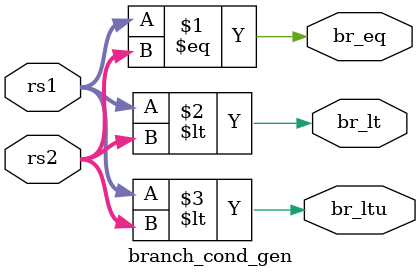
<source format=v>
`timescale 1ns / 1ps

// branch_cond_gen.v
// Members: Daniel Gutierrez
// Description:
// 
// 

module branch_cond_gen(
    input [31:0] rs1,
    input [31:0] rs2,
    output br_eq,
    output br_lt,
    output br_ltu
    );
    
    assign br_eq = rs1 == rs2;
    assign br_lt = $signed(rs1) < $signed(rs2);
    assign br_ltu = rs1 < rs2;
endmodule

</source>
